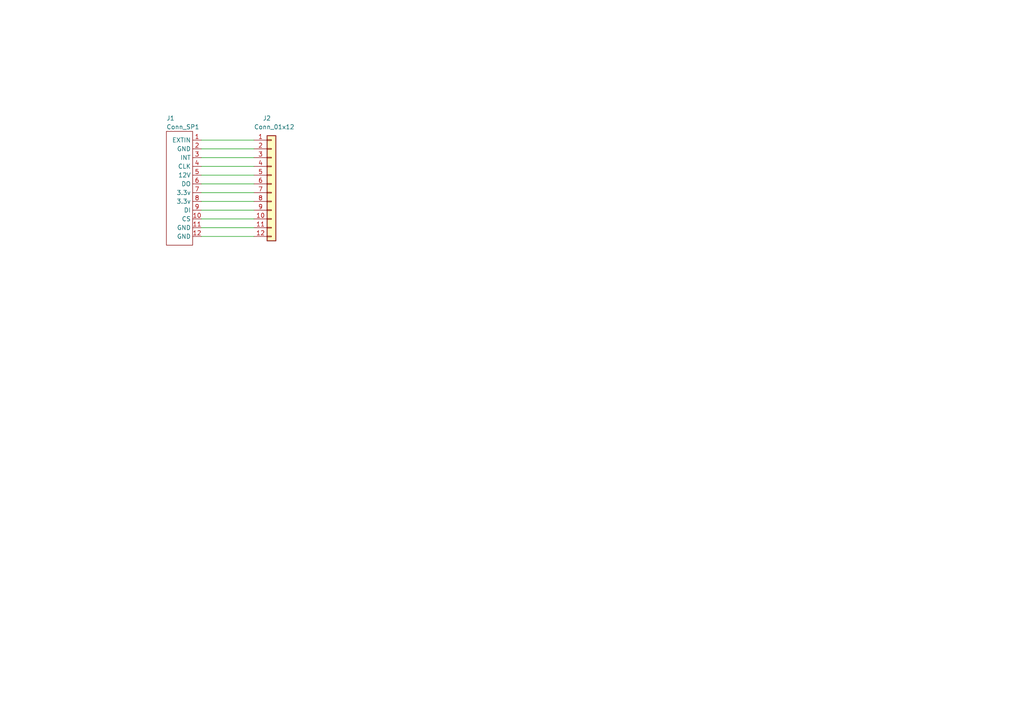
<source format=kicad_sch>
(kicad_sch (version 20211123) (generator eeschema)
  (paper "A4")
  (lib_symbols
    (symbol "Connector_Generic:Conn_01x12" (pin_names (offset 1.016) hide)
      (property "Reference" "J" (at 0 15.24 0))
      (property "Value" "Conn_01x12" (at 0 -17.78 0))
      (symbol "Conn_01x12_1_1"
        (rectangle (start -1.27 -15.113) (end 0 -15.367) (stroke (width 0.1524)))
        (rectangle (start -1.27 -12.573) (end 0 -12.827) (stroke (width 0.1524)))
        (rectangle (start -1.27 -10.033) (end 0 -10.287) (stroke (width 0.1524)))
        (rectangle (start -1.27 -7.493) (end 0 -7.747) (stroke (width 0.1524)))
        (rectangle (start -1.27 -4.953) (end 0 -5.207) (stroke (width 0.1524)))
        (rectangle (start -1.27 -2.413) (end 0 -2.667) (stroke (width 0.1524)))
        (rectangle (start -1.27 0.127) (end 0 -0.127) (stroke (width 0.1524)))
        (rectangle (start -1.27 2.667) (end 0 2.413) (stroke (width 0.1524)))
        (rectangle (start -1.27 5.207) (end 0 4.953) (stroke (width 0.1524)))
        (rectangle (start -1.27 7.747) (end 0 7.493) (stroke (width 0.1524)))
        (rectangle (start -1.27 10.287) (end 0 10.033) (stroke (width 0.1524)))
        (rectangle (start -1.27 12.827) (end 0 12.573) (stroke (width 0.1524)))
        (rectangle (start -1.27 13.97) (end 1.27 -16.51) (stroke (width 0.254)) (fill (type background)))
        (pin passive line (at -5.08 12.7 0) (length 3.81) (name "Pin_1") (number "1"))
        (pin passive line (at -5.08 -10.16 0) (length 3.81) (name "Pin_10") (number "10"))
        (pin passive line (at -5.08 -12.7 0) (length 3.81) (name "Pin_11") (number "11"))
        (pin passive line (at -5.08 -15.24 0) (length 3.81) (name "Pin_12") (number "12"))
        (pin passive line (at -5.08 10.16 0) (length 3.81) (name "Pin_2") (number "2"))
        (pin passive line (at -5.08 7.62 0) (length 3.81) (name "Pin_3") (number "3"))
        (pin passive line (at -5.08 5.08 0) (length 3.81) (name "Pin_4") (number "4"))
        (pin passive line (at -5.08 2.54 0) (length 3.81) (name "Pin_5") (number "5"))
        (pin passive line (at -5.08 0 0) (length 3.81) (name "Pin_6") (number "6"))
        (pin passive line (at -5.08 -2.54 0) (length 3.81) (name "Pin_7") (number "7"))
        (pin passive line (at -5.08 -5.08 0) (length 3.81) (name "Pin_8") (number "8"))
        (pin passive line (at -5.08 -7.62 0) (length 3.81) (name "Pin_9") (number "9"))
      )
    )
    (symbol "Gamecube:Conn_SP1"
      (property "Reference" "J" (at 3.81 3.81 0))
      (property "Value" "Conn_SP1" (at 3.81 1.27 0))
      (symbol "Conn_SP1_0_1"
        (rectangle (start 0 0) (end 7.62 -33.02) (stroke (width 0.1524)))
      )
      (symbol "Conn_SP1_1_1"
        (pin input line (at 10.16 -2.54 180) (length 2.54) (name "EXTIN") (number "1"))
        (pin output line (at 10.16 -25.4 180) (length 2.54) (name "CS") (number "10"))
        (pin passive line (at 10.16 -27.94 180) (length 2.54) (name "GND") (number "11"))
        (pin passive line (at 10.16 -30.48 180) (length 2.54) (name "GND") (number "12"))
        (pin passive line (at 10.16 -5.08 180) (length 2.54) (name "GND") (number "2"))
        (pin output line (at 10.16 -7.62 180) (length 2.54) (name "INT") (number "3"))
        (pin output line (at 10.16 -10.16 180) (length 2.54) (name "CLK") (number "4"))
        (pin passive line (at 10.16 -12.7 180) (length 2.54) (name "12V") (number "5"))
        (pin input line (at 10.16 -15.24 180) (length 2.54) (name "DO") (number "6"))
        (pin passive line (at 10.16 -17.78 180) (length 2.54) (name "3.3v") (number "7"))
        (pin passive line (at 10.16 -20.32 180) (length 2.54) (name "3.3v") (number "8"))
        (pin input line (at 10.16 -22.86 180) (length 2.54) (name "DI") (number "9"))
      )
    )
  )
  (wire (pts (xy 58.42 58.42) (xy 73.66 58.42)))
  (wire (pts (xy 58.42 53.34) (xy 73.66 53.34)))
  (wire (pts (xy 58.42 66.04) (xy 73.66 66.04)))
  (wire (pts (xy 58.42 50.8) (xy 73.66 50.8)))
  (wire (pts (xy 58.42 55.88) (xy 73.66 55.88)))
  (wire (pts (xy 58.42 60.96) (xy 73.66 60.96)))
  (wire (pts (xy 58.42 43.18) (xy 73.66 43.18)))
  (wire (pts (xy 58.42 45.72) (xy 73.66 45.72)))
  (wire (pts (xy 58.42 63.5) (xy 73.66 63.5)))
  (wire (pts (xy 58.42 40.64) (xy 73.66 40.64)))
  (wire (pts (xy 58.42 68.58) (xy 73.66 68.58)))
  (wire (pts (xy 58.42 48.26) (xy 73.66 48.26)))
  (symbol (lib_id "Gamecube:Conn_SP1") (at 48.26 38.1 0) (unit 1)
    (property "Reference" "J1" (at 48.26 34.29 0) (effects (justify left)))
    (property "Value" "Conn_SP1" (at 48.26 36.83 0) (effects (justify left)))
    (property "Footprint" "GameCube:Conn_SP1" (effects hide))
  )
  (symbol (lib_id "Connector_Generic:Conn_01x12") (at 78.74 53.34 0) (unit 1)
    (property "Reference" "J2" (at 76.2 34.29 0) (effects (justify left)))
    (property "Value" "Conn_01x12" (at 73.66 36.83 0) (effects (justify left)))
    (property "Footprint" "Connector_PinHeader_2.54mm:PinHeader_2x06_P2.54mm_Vertical" (effects hide))
  )
)
</source>
